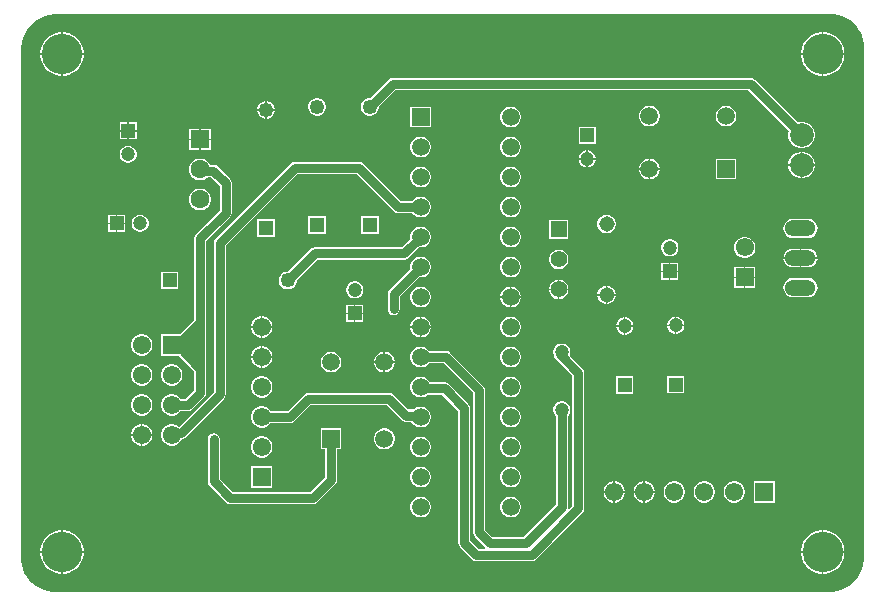
<source format=gbl>
G04*
G04 #@! TF.GenerationSoftware,Altium Limited,Altium Designer,23.1.1 (15)*
G04*
G04 Layer_Physical_Order=2*
G04 Layer_Color=16711680*
%FSLAX25Y25*%
%MOIN*%
G70*
G04*
G04 #@! TF.SameCoordinates,7FBAD907-ECE7-4216-98B3-75AA29109797*
G04*
G04*
G04 #@! TF.FilePolarity,Positive*
G04*
G01*
G75*
%ADD21C,0.04724*%
%ADD22R,0.04724X0.04724*%
%ADD23C,0.07874*%
%ADD31C,0.04921*%
%ADD32R,0.04921X0.04921*%
%ADD35R,0.04724X0.04724*%
%ADD36R,0.04921X0.04921*%
%ADD41C,0.03000*%
%ADD42R,0.05906X0.05906*%
%ADD43C,0.05906*%
%ADD44O,0.10400X0.05200*%
%ADD45R,0.06102X0.06102*%
%ADD46C,0.06102*%
%ADD47C,0.13500*%
%ADD48R,0.05512X0.05512*%
%ADD49C,0.05512*%
%ADD50C,0.06299*%
%ADD51R,0.06299X0.06299*%
%ADD52R,0.06102X0.06102*%
%ADD53R,0.05906X0.05906*%
%ADD54C,0.05150*%
%ADD55C,0.02362*%
G36*
X271701Y193697D02*
X273091Y193514D01*
X274446Y193151D01*
X275741Y192615D01*
X276956Y191913D01*
X278068Y191060D01*
X279060Y190068D01*
X279913Y188956D01*
X280615Y187741D01*
X281151Y186446D01*
X281514Y185091D01*
X281697Y183701D01*
X281697Y183000D01*
X281697Y12500D01*
X281697Y11766D01*
X281506Y10311D01*
X281126Y8893D01*
X280564Y7537D01*
X279830Y6266D01*
X278937Y5101D01*
X277899Y4063D01*
X276734Y3170D01*
X275463Y2436D01*
X274107Y1874D01*
X272689Y1494D01*
X271234Y1303D01*
X270500Y1303D01*
X12000D01*
X11266Y1303D01*
X9811Y1494D01*
X8393Y1874D01*
X7037Y2436D01*
X5766Y3170D01*
X4601Y4063D01*
X3563Y5101D01*
X2670Y6266D01*
X1936Y7537D01*
X1374Y8893D01*
X994Y10311D01*
X803Y11766D01*
X803Y12500D01*
Y182000D01*
Y182767D01*
X1003Y184287D01*
X1400Y185768D01*
X1987Y187185D01*
X2753Y188513D01*
X3687Y189729D01*
X4771Y190813D01*
X5987Y191747D01*
X7315Y192513D01*
X8732Y193100D01*
X10213Y193497D01*
X11733Y193697D01*
X271000D01*
X271701Y193697D01*
D02*
G37*
%LPC*%
G36*
X268714Y187750D02*
X268250D01*
Y180750D01*
X275250D01*
Y181214D01*
X274971Y182615D01*
X274425Y183934D01*
X273631Y185122D01*
X272622Y186131D01*
X271434Y186925D01*
X270115Y187471D01*
X268714Y187750D01*
D02*
G37*
G36*
X267750D02*
X267286D01*
X265885Y187471D01*
X264566Y186925D01*
X263378Y186131D01*
X262369Y185122D01*
X261575Y183934D01*
X261029Y182615D01*
X260750Y181214D01*
Y180750D01*
X267750D01*
Y187750D01*
D02*
G37*
G36*
X15214D02*
X14750D01*
Y180750D01*
X21750D01*
Y181214D01*
X21471Y182615D01*
X20925Y183934D01*
X20131Y185122D01*
X19122Y186131D01*
X17934Y186925D01*
X16615Y187471D01*
X15214Y187750D01*
D02*
G37*
G36*
X14250D02*
X13786D01*
X12385Y187471D01*
X11066Y186925D01*
X9878Y186131D01*
X8869Y185122D01*
X8075Y183934D01*
X7529Y182615D01*
X7250Y181214D01*
Y180750D01*
X14250D01*
Y187750D01*
D02*
G37*
G36*
X275250Y180250D02*
X268250D01*
Y173250D01*
X268714D01*
X270115Y173529D01*
X271434Y174075D01*
X272622Y174869D01*
X273631Y175878D01*
X274425Y177066D01*
X274971Y178385D01*
X275250Y179786D01*
Y180250D01*
D02*
G37*
G36*
X267750D02*
X260750D01*
Y179786D01*
X261029Y178385D01*
X261575Y177066D01*
X262369Y175878D01*
X263378Y174869D01*
X264566Y174075D01*
X265885Y173529D01*
X267286Y173250D01*
X267750D01*
Y180250D01*
D02*
G37*
G36*
X21750D02*
X14750D01*
Y173250D01*
X15214D01*
X16615Y173529D01*
X17934Y174075D01*
X19122Y174869D01*
X20131Y175878D01*
X20925Y177066D01*
X21471Y178385D01*
X21750Y179786D01*
Y180250D01*
D02*
G37*
G36*
X14250D02*
X7250D01*
Y179786D01*
X7529Y178385D01*
X8075Y177066D01*
X8869Y175878D01*
X9878Y174869D01*
X11066Y174075D01*
X12385Y173529D01*
X13786Y173250D01*
X14250D01*
Y180250D01*
D02*
G37*
G36*
X82890Y164831D02*
X82750D01*
Y162120D01*
X85461D01*
Y162260D01*
X85259Y163013D01*
X84869Y163688D01*
X84318Y164239D01*
X83643Y164629D01*
X82890Y164831D01*
D02*
G37*
G36*
X82250D02*
X82110D01*
X81357Y164629D01*
X80682Y164239D01*
X80131Y163688D01*
X79741Y163013D01*
X79539Y162260D01*
Y162120D01*
X82250D01*
Y164831D01*
D02*
G37*
G36*
X99890Y165831D02*
X99110D01*
X98357Y165629D01*
X97682Y165239D01*
X97131Y164688D01*
X96741Y164013D01*
X96539Y163260D01*
Y162480D01*
X96741Y161727D01*
X97131Y161052D01*
X97682Y160501D01*
X98357Y160111D01*
X99110Y159909D01*
X99890D01*
X100643Y160111D01*
X101318Y160501D01*
X101869Y161052D01*
X102259Y161727D01*
X102461Y162480D01*
Y163260D01*
X102259Y164013D01*
X101869Y164688D01*
X101318Y165239D01*
X100643Y165629D01*
X99890Y165831D01*
D02*
G37*
G36*
X85461Y161620D02*
X82750D01*
Y158909D01*
X82890D01*
X83643Y159111D01*
X84318Y159501D01*
X84869Y160052D01*
X85259Y160727D01*
X85461Y161480D01*
Y161620D01*
D02*
G37*
G36*
X82250D02*
X79539D01*
Y161480D01*
X79741Y160727D01*
X80131Y160052D01*
X80682Y159501D01*
X81357Y159111D01*
X82110Y158909D01*
X82250D01*
Y161620D01*
D02*
G37*
G36*
X236250Y163311D02*
X235341D01*
X234463Y163076D01*
X233675Y162621D01*
X233032Y161978D01*
X232578Y161191D01*
X232343Y160313D01*
Y159404D01*
X232578Y158526D01*
X233032Y157738D01*
X233675Y157095D01*
X234463Y156641D01*
X235341Y156405D01*
X236250D01*
X237128Y156641D01*
X237915Y157095D01*
X238558Y157738D01*
X239013Y158526D01*
X239248Y159404D01*
Y160313D01*
X239013Y161191D01*
X238558Y161978D01*
X237915Y162621D01*
X237128Y163076D01*
X236250Y163311D01*
D02*
G37*
G36*
X210659D02*
X209750D01*
X208872Y163076D01*
X208085Y162621D01*
X207442Y161978D01*
X206987Y161191D01*
X206752Y160313D01*
Y159404D01*
X206987Y158526D01*
X207442Y157738D01*
X208085Y157095D01*
X208872Y156641D01*
X209750Y156405D01*
X210659D01*
X211537Y156641D01*
X212325Y157095D01*
X212968Y157738D01*
X213422Y158526D01*
X213657Y159404D01*
Y160313D01*
X213422Y161191D01*
X212968Y161978D01*
X212325Y162621D01*
X211537Y163076D01*
X210659Y163311D01*
D02*
G37*
G36*
X164455Y162953D02*
X163545D01*
X162667Y162717D01*
X161880Y162263D01*
X161237Y161620D01*
X160783Y160833D01*
X160547Y159955D01*
Y159045D01*
X160783Y158167D01*
X161237Y157380D01*
X161880Y156737D01*
X162667Y156282D01*
X163545Y156047D01*
X164455D01*
X165333Y156282D01*
X166120Y156737D01*
X166763Y157380D01*
X167218Y158167D01*
X167453Y159045D01*
Y159955D01*
X167218Y160833D01*
X166763Y161620D01*
X166120Y162263D01*
X165333Y162717D01*
X164455Y162953D01*
D02*
G37*
G36*
X137453D02*
X130547D01*
Y156047D01*
X137453D01*
Y162953D01*
D02*
G37*
G36*
X39362Y157736D02*
X36750D01*
Y155124D01*
X39362D01*
Y157736D01*
D02*
G37*
G36*
X36250D02*
X33638D01*
Y155124D01*
X36250D01*
Y157736D01*
D02*
G37*
G36*
X64150Y155650D02*
X60750D01*
Y152250D01*
X64150D01*
Y155650D01*
D02*
G37*
G36*
X60250D02*
X56850D01*
Y152250D01*
X60250D01*
Y155650D01*
D02*
G37*
G36*
X39362Y154624D02*
X36750D01*
Y152012D01*
X39362D01*
Y154624D01*
D02*
G37*
G36*
X36250D02*
X33638D01*
Y152012D01*
X36250D01*
Y154624D01*
D02*
G37*
G36*
X192362Y156299D02*
X186638D01*
Y150575D01*
X192362D01*
Y156299D01*
D02*
G37*
G36*
X244000Y172539D02*
X124630D01*
X123850Y172384D01*
X123188Y171942D01*
X117077Y165831D01*
X116610D01*
X115857Y165629D01*
X115182Y165239D01*
X114631Y164688D01*
X114241Y164013D01*
X114039Y163260D01*
Y162480D01*
X114241Y161727D01*
X114631Y161052D01*
X115182Y160501D01*
X115857Y160111D01*
X116610Y159909D01*
X117390D01*
X118143Y160111D01*
X118818Y160501D01*
X119369Y161052D01*
X119759Y161727D01*
X119961Y162480D01*
Y162947D01*
X125475Y168461D01*
X243155D01*
X256768Y154848D01*
X256563Y154084D01*
Y152916D01*
X256865Y151787D01*
X257450Y150776D01*
X258276Y149950D01*
X259287Y149365D01*
X260416Y149063D01*
X261584D01*
X262713Y149365D01*
X263724Y149950D01*
X264550Y150776D01*
X265135Y151787D01*
X265437Y152916D01*
Y154084D01*
X265135Y155213D01*
X264550Y156224D01*
X263724Y157051D01*
X262713Y157635D01*
X261584Y157937D01*
X260416D01*
X259652Y157732D01*
X245442Y171942D01*
X244780Y172384D01*
X244000Y172539D01*
D02*
G37*
G36*
X64150Y151750D02*
X60750D01*
Y148350D01*
X64150D01*
Y151750D01*
D02*
G37*
G36*
X60250D02*
X56850D01*
Y148350D01*
X60250D01*
Y151750D01*
D02*
G37*
G36*
X164455Y152953D02*
X163545D01*
X162667Y152717D01*
X161880Y152263D01*
X161237Y151620D01*
X160783Y150833D01*
X160547Y149955D01*
Y149045D01*
X160783Y148167D01*
X161237Y147380D01*
X161880Y146737D01*
X162667Y146282D01*
X163545Y146047D01*
X164455D01*
X165333Y146282D01*
X166120Y146737D01*
X166763Y147380D01*
X167218Y148167D01*
X167453Y149045D01*
Y149955D01*
X167218Y150833D01*
X166763Y151620D01*
X166120Y152263D01*
X165333Y152717D01*
X164455Y152953D01*
D02*
G37*
G36*
X134455D02*
X133545D01*
X132667Y152717D01*
X131880Y152263D01*
X131237Y151620D01*
X130782Y150833D01*
X130547Y149955D01*
Y149045D01*
X130782Y148167D01*
X131237Y147380D01*
X131880Y146737D01*
X132667Y146282D01*
X133545Y146047D01*
X134455D01*
X135333Y146282D01*
X136120Y146737D01*
X136763Y147380D01*
X137217Y148167D01*
X137453Y149045D01*
Y149955D01*
X137217Y150833D01*
X136763Y151620D01*
X136120Y152263D01*
X135333Y152717D01*
X134455Y152953D01*
D02*
G37*
G36*
X189877Y148425D02*
X189750D01*
Y145813D01*
X192362D01*
Y145940D01*
X192167Y146668D01*
X191790Y147320D01*
X191257Y147853D01*
X190605Y148230D01*
X189877Y148425D01*
D02*
G37*
G36*
X189250D02*
X189123D01*
X188395Y148230D01*
X187743Y147853D01*
X187210Y147320D01*
X186833Y146668D01*
X186638Y145940D01*
Y145813D01*
X189250D01*
Y148425D01*
D02*
G37*
G36*
X36877Y149862D02*
X36123D01*
X35395Y149667D01*
X34743Y149290D01*
X34210Y148757D01*
X33833Y148105D01*
X33638Y147377D01*
Y146623D01*
X33833Y145895D01*
X34210Y145243D01*
X34743Y144710D01*
X35395Y144333D01*
X36123Y144138D01*
X36877D01*
X37605Y144333D01*
X38257Y144710D01*
X38790Y145243D01*
X39167Y145895D01*
X39362Y146623D01*
Y147377D01*
X39167Y148105D01*
X38790Y148757D01*
X38257Y149290D01*
X37605Y149667D01*
X36877Y149862D01*
D02*
G37*
G36*
X261584Y147937D02*
X261250D01*
Y143750D01*
X265437D01*
Y144084D01*
X265135Y145213D01*
X264550Y146224D01*
X263724Y147050D01*
X262713Y147635D01*
X261584Y147937D01*
D02*
G37*
G36*
X260750D02*
X260416D01*
X259287Y147635D01*
X258276Y147050D01*
X257450Y146224D01*
X256865Y145213D01*
X256563Y144084D01*
Y143750D01*
X260750D01*
Y147937D01*
D02*
G37*
G36*
X192362Y145313D02*
X189750D01*
Y142701D01*
X189877D01*
X190605Y142896D01*
X191257Y143273D01*
X191790Y143806D01*
X192167Y144458D01*
X192362Y145186D01*
Y145313D01*
D02*
G37*
G36*
X189250D02*
X186638D01*
Y145186D01*
X186833Y144458D01*
X187210Y143806D01*
X187743Y143273D01*
X188395Y142896D01*
X189123Y142701D01*
X189250D01*
Y145313D01*
D02*
G37*
G36*
X210659Y145595D02*
X210455D01*
Y142392D01*
X213657D01*
Y142596D01*
X213422Y143474D01*
X212968Y144262D01*
X212325Y144905D01*
X211537Y145359D01*
X210659Y145595D01*
D02*
G37*
G36*
X209955D02*
X209750D01*
X208872Y145359D01*
X208085Y144905D01*
X207442Y144262D01*
X206987Y143474D01*
X206752Y142596D01*
Y142392D01*
X209955D01*
Y145595D01*
D02*
G37*
G36*
X265437Y143250D02*
X261250D01*
Y139063D01*
X261584D01*
X262713Y139365D01*
X263724Y139950D01*
X264550Y140776D01*
X265135Y141787D01*
X265437Y142916D01*
Y143250D01*
D02*
G37*
G36*
X260750D02*
X256563D01*
Y142916D01*
X256865Y141787D01*
X257450Y140776D01*
X258276Y139950D01*
X259287Y139365D01*
X260416Y139063D01*
X260750D01*
Y143250D01*
D02*
G37*
G36*
X239248Y145595D02*
X232343D01*
Y138689D01*
X239248D01*
Y145595D01*
D02*
G37*
G36*
X213657Y141892D02*
X210455D01*
Y138689D01*
X210659D01*
X211537Y138924D01*
X212325Y139379D01*
X212968Y140022D01*
X213422Y140809D01*
X213657Y141687D01*
Y141892D01*
D02*
G37*
G36*
X209955D02*
X206752D01*
Y141687D01*
X206987Y140809D01*
X207442Y140022D01*
X208085Y139379D01*
X208872Y138924D01*
X209750Y138689D01*
X209955D01*
Y141892D01*
D02*
G37*
G36*
X164455Y142953D02*
X163545D01*
X162667Y142718D01*
X161880Y142263D01*
X161237Y141620D01*
X160783Y140833D01*
X160547Y139955D01*
Y139045D01*
X160783Y138167D01*
X161237Y137380D01*
X161880Y136737D01*
X162667Y136283D01*
X163545Y136047D01*
X164455D01*
X165333Y136283D01*
X166120Y136737D01*
X166763Y137380D01*
X167218Y138167D01*
X167453Y139045D01*
Y139955D01*
X167218Y140833D01*
X166763Y141620D01*
X166120Y142263D01*
X165333Y142718D01*
X164455Y142953D01*
D02*
G37*
G36*
X134455D02*
X133545D01*
X132667Y142718D01*
X131880Y142263D01*
X131237Y141620D01*
X130782Y140833D01*
X130547Y139955D01*
Y139045D01*
X130782Y138167D01*
X131237Y137380D01*
X131880Y136737D01*
X132667Y136283D01*
X133545Y136047D01*
X134455D01*
X135333Y136283D01*
X136120Y136737D01*
X136763Y137380D01*
X137217Y138167D01*
X137453Y139045D01*
Y139955D01*
X137217Y140833D01*
X136763Y141620D01*
X136120Y142263D01*
X135333Y142718D01*
X134455Y142953D01*
D02*
G37*
G36*
X60980Y135650D02*
X60019D01*
X59091Y135401D01*
X58259Y134920D01*
X57580Y134241D01*
X57099Y133409D01*
X56850Y132481D01*
Y131519D01*
X57099Y130591D01*
X57580Y129759D01*
X58259Y129080D01*
X59091Y128599D01*
X60019Y128350D01*
X60980D01*
X61909Y128599D01*
X62741Y129080D01*
X63420Y129759D01*
X63901Y130591D01*
X64150Y131519D01*
Y132481D01*
X63901Y133409D01*
X63420Y134241D01*
X62741Y134920D01*
X61909Y135401D01*
X60980Y135650D01*
D02*
G37*
G36*
X164455Y132953D02*
X163545D01*
X162667Y132718D01*
X161880Y132263D01*
X161237Y131620D01*
X160783Y130833D01*
X160547Y129955D01*
Y129045D01*
X160783Y128167D01*
X161237Y127380D01*
X161880Y126737D01*
X162667Y126283D01*
X163545Y126047D01*
X164455D01*
X165333Y126283D01*
X166120Y126737D01*
X166763Y127380D01*
X167218Y128167D01*
X167453Y129045D01*
Y129955D01*
X167218Y130833D01*
X166763Y131620D01*
X166120Y132263D01*
X165333Y132718D01*
X164455Y132953D01*
D02*
G37*
G36*
X113500Y144539D02*
X92000D01*
X91220Y144384D01*
X90558Y143942D01*
X65558Y118942D01*
X65116Y118280D01*
X64961Y117500D01*
Y67845D01*
X53319Y56203D01*
X53180Y56342D01*
X52371Y56809D01*
X51468Y57051D01*
X50533D01*
X49629Y56809D01*
X48820Y56342D01*
X48158Y55681D01*
X47691Y54871D01*
X47449Y53967D01*
Y53032D01*
X47691Y52129D01*
X48158Y51319D01*
X48820Y50658D01*
X49629Y50191D01*
X50533Y49949D01*
X51468D01*
X52371Y50191D01*
X53180Y50658D01*
X53842Y51319D01*
X54288Y52093D01*
X54874Y52210D01*
X55536Y52652D01*
X68442Y65558D01*
X68884Y66220D01*
X69039Y67000D01*
X69039Y67000D01*
Y116655D01*
X92845Y140461D01*
X112655D01*
X125058Y128058D01*
X125720Y127616D01*
X126500Y127461D01*
X126500Y127461D01*
X131190D01*
X131237Y127380D01*
X131880Y126737D01*
X132667Y126283D01*
X133545Y126047D01*
X134455D01*
X135333Y126283D01*
X136120Y126737D01*
X136763Y127380D01*
X137217Y128167D01*
X137453Y129045D01*
Y129955D01*
X137217Y130833D01*
X136763Y131620D01*
X136120Y132263D01*
X135333Y132718D01*
X134455Y132953D01*
X133545D01*
X132667Y132718D01*
X131880Y132263D01*
X131237Y131620D01*
X131190Y131539D01*
X127345D01*
X114942Y143942D01*
X114280Y144384D01*
X113500Y144539D01*
D02*
G37*
G36*
X35488Y126862D02*
X32876D01*
Y124250D01*
X35488D01*
Y126862D01*
D02*
G37*
G36*
X32376D02*
X29764D01*
Y124250D01*
X32376D01*
Y126862D01*
D02*
G37*
G36*
X40877D02*
X40123D01*
X39395Y126667D01*
X38743Y126290D01*
X38210Y125757D01*
X37833Y125105D01*
X37638Y124377D01*
Y123623D01*
X37833Y122895D01*
X38210Y122243D01*
X38743Y121710D01*
X39395Y121333D01*
X40123Y121138D01*
X40877D01*
X41605Y121333D01*
X42257Y121710D01*
X42790Y122243D01*
X43167Y122895D01*
X43362Y123623D01*
Y124377D01*
X43167Y125105D01*
X42790Y125757D01*
X42257Y126290D01*
X41605Y126667D01*
X40877Y126862D01*
D02*
G37*
G36*
X35488Y123750D02*
X32876D01*
Y121138D01*
X35488D01*
Y123750D01*
D02*
G37*
G36*
X32376D02*
X29764D01*
Y121138D01*
X32376D01*
Y123750D01*
D02*
G37*
G36*
X196405Y126886D02*
X195595D01*
X194813Y126676D01*
X194112Y126271D01*
X193540Y125699D01*
X193135Y124998D01*
X192925Y124216D01*
Y123406D01*
X193135Y122624D01*
X193540Y121923D01*
X194112Y121351D01*
X194813Y120946D01*
X195595Y120736D01*
X196405D01*
X197187Y120946D01*
X197888Y121351D01*
X198460Y121923D01*
X198865Y122624D01*
X199075Y123406D01*
Y124216D01*
X198865Y124998D01*
X198460Y125699D01*
X197888Y126271D01*
X197187Y126676D01*
X196405Y126886D01*
D02*
G37*
G36*
X119961Y126461D02*
X114039D01*
Y120539D01*
X119961D01*
Y126461D01*
D02*
G37*
G36*
X102461D02*
X96539D01*
Y120539D01*
X102461D01*
Y126461D01*
D02*
G37*
G36*
X85461Y125461D02*
X79539D01*
Y119539D01*
X85461D01*
Y125461D01*
D02*
G37*
G36*
X263205Y125465D02*
X258005D01*
X257195Y125358D01*
X256441Y125046D01*
X255794Y124549D01*
X255297Y123901D01*
X254984Y123147D01*
X254878Y122338D01*
X254984Y121529D01*
X255297Y120774D01*
X255794Y120127D01*
X256441Y119630D01*
X257195Y119318D01*
X258005Y119211D01*
X263205D01*
X264014Y119318D01*
X264768Y119630D01*
X265416Y120127D01*
X265913Y120774D01*
X266225Y121529D01*
X266332Y122338D01*
X266225Y123147D01*
X265913Y123901D01*
X265416Y124549D01*
X264768Y125046D01*
X264014Y125358D01*
X263205Y125465D01*
D02*
G37*
G36*
X183256Y125256D02*
X176744D01*
Y118744D01*
X183256D01*
Y125256D01*
D02*
G37*
G36*
X164455Y122953D02*
X163545D01*
X162667Y122717D01*
X161880Y122263D01*
X161237Y121620D01*
X160783Y120833D01*
X160547Y119955D01*
Y119045D01*
X160783Y118167D01*
X161237Y117380D01*
X161880Y116737D01*
X162667Y116282D01*
X163545Y116047D01*
X164455D01*
X165333Y116282D01*
X166120Y116737D01*
X166763Y117380D01*
X167218Y118167D01*
X167453Y119045D01*
Y119955D01*
X167218Y120833D01*
X166763Y121620D01*
X166120Y122263D01*
X165333Y122717D01*
X164455Y122953D01*
D02*
G37*
G36*
X134455D02*
X133545D01*
X132667Y122717D01*
X131880Y122263D01*
X131237Y121620D01*
X130782Y120833D01*
X130547Y119955D01*
Y119045D01*
X130571Y118955D01*
X127655Y116039D01*
X98685D01*
X97905Y115884D01*
X97243Y115442D01*
X89762Y107961D01*
X89295D01*
X88542Y107759D01*
X87867Y107369D01*
X87316Y106818D01*
X86926Y106143D01*
X86724Y105390D01*
Y104610D01*
X86926Y103857D01*
X87316Y103182D01*
X87867Y102631D01*
X88542Y102241D01*
X89295Y102039D01*
X90075D01*
X90828Y102241D01*
X91503Y102631D01*
X92054Y103182D01*
X92444Y103857D01*
X92646Y104610D01*
Y105077D01*
X99530Y111961D01*
X128500D01*
X129280Y112116D01*
X129942Y112558D01*
X133455Y116071D01*
X133545Y116047D01*
X134455D01*
X135333Y116282D01*
X136120Y116737D01*
X136763Y117380D01*
X137217Y118167D01*
X137453Y119045D01*
Y119955D01*
X137217Y120833D01*
X136763Y121620D01*
X136120Y122263D01*
X135333Y122717D01*
X134455Y122953D01*
D02*
G37*
G36*
X217377Y118799D02*
X216623D01*
X215895Y118604D01*
X215243Y118227D01*
X214710Y117694D01*
X214333Y117042D01*
X214138Y116314D01*
Y115560D01*
X214333Y114832D01*
X214710Y114180D01*
X215243Y113647D01*
X215895Y113270D01*
X216623Y113075D01*
X217377D01*
X218105Y113270D01*
X218757Y113647D01*
X219290Y114180D01*
X219667Y114832D01*
X219862Y115560D01*
Y116314D01*
X219667Y117042D01*
X219290Y117694D01*
X218757Y118227D01*
X218105Y118604D01*
X217377Y118799D01*
D02*
G37*
G36*
X263205Y115622D02*
X260855D01*
Y112745D01*
X266299D01*
X266225Y113304D01*
X265913Y114059D01*
X265416Y114706D01*
X264768Y115203D01*
X264014Y115515D01*
X263205Y115622D01*
D02*
G37*
G36*
X260355D02*
X258005D01*
X257195Y115515D01*
X256441Y115203D01*
X255794Y114706D01*
X255297Y114059D01*
X254984Y113304D01*
X254911Y112745D01*
X260355D01*
Y115622D01*
D02*
G37*
G36*
X242467Y119551D02*
X241532D01*
X240629Y119309D01*
X239820Y118842D01*
X239158Y118181D01*
X238691Y117371D01*
X238449Y116467D01*
Y115533D01*
X238691Y114629D01*
X239158Y113820D01*
X239820Y113158D01*
X240629Y112691D01*
X241532Y112449D01*
X242467D01*
X243371Y112691D01*
X244180Y113158D01*
X244842Y113820D01*
X245309Y114629D01*
X245551Y115533D01*
Y116467D01*
X245309Y117371D01*
X244842Y118181D01*
X244180Y118842D01*
X243371Y119309D01*
X242467Y119551D01*
D02*
G37*
G36*
X266299Y112245D02*
X260855D01*
Y109369D01*
X263205D01*
X264014Y109475D01*
X264768Y109787D01*
X265416Y110284D01*
X265913Y110932D01*
X266225Y111686D01*
X266299Y112245D01*
D02*
G37*
G36*
X260355D02*
X254911D01*
X254984Y111686D01*
X255297Y110932D01*
X255794Y110284D01*
X256441Y109787D01*
X257195Y109475D01*
X258005Y109369D01*
X260355D01*
Y112245D01*
D02*
G37*
G36*
X180429Y115256D02*
X179571D01*
X178743Y115034D01*
X178001Y114605D01*
X177395Y113999D01*
X176966Y113257D01*
X176744Y112429D01*
Y111571D01*
X176966Y110743D01*
X177395Y110001D01*
X178001Y109395D01*
X178743Y108966D01*
X179571Y108744D01*
X180429D01*
X181257Y108966D01*
X181999Y109395D01*
X182605Y110001D01*
X183034Y110743D01*
X183256Y111571D01*
Y112429D01*
X183034Y113257D01*
X182605Y113999D01*
X181999Y114605D01*
X181257Y115034D01*
X180429Y115256D01*
D02*
G37*
G36*
X219862Y110925D02*
X217250D01*
Y108313D01*
X219862D01*
Y110925D01*
D02*
G37*
G36*
X216750D02*
X214138D01*
Y108313D01*
X216750D01*
Y110925D01*
D02*
G37*
G36*
X245551Y109551D02*
X242250D01*
Y106250D01*
X245551D01*
Y109551D01*
D02*
G37*
G36*
X241750D02*
X238449D01*
Y106250D01*
X241750D01*
Y109551D01*
D02*
G37*
G36*
X164455Y112953D02*
X163545D01*
X162667Y112717D01*
X161880Y112263D01*
X161237Y111620D01*
X160783Y110833D01*
X160547Y109955D01*
Y109045D01*
X160783Y108167D01*
X161237Y107380D01*
X161880Y106737D01*
X162667Y106282D01*
X163545Y106047D01*
X164455D01*
X165333Y106282D01*
X166120Y106737D01*
X166763Y107380D01*
X167218Y108167D01*
X167453Y109045D01*
Y109955D01*
X167218Y110833D01*
X166763Y111620D01*
X166120Y112263D01*
X165333Y112717D01*
X164455Y112953D01*
D02*
G37*
G36*
X134455D02*
X133545D01*
X132667Y112717D01*
X131880Y112263D01*
X131237Y111620D01*
X130782Y110833D01*
X130547Y109955D01*
Y109045D01*
X130571Y108955D01*
X123558Y101942D01*
X123116Y101280D01*
X122961Y100500D01*
Y95500D01*
X123116Y94720D01*
X123558Y94058D01*
X124220Y93616D01*
X125000Y93461D01*
X125780Y93616D01*
X126442Y94058D01*
X126884Y94720D01*
X127039Y95500D01*
Y99655D01*
X133455Y106071D01*
X133545Y106047D01*
X134455D01*
X135333Y106282D01*
X136120Y106737D01*
X136763Y107380D01*
X137217Y108167D01*
X137453Y109045D01*
Y109955D01*
X137217Y110833D01*
X136763Y111620D01*
X136120Y112263D01*
X135333Y112717D01*
X134455Y112953D01*
D02*
G37*
G36*
X219862Y107813D02*
X217250D01*
Y105201D01*
X219862D01*
Y107813D01*
D02*
G37*
G36*
X216750D02*
X214138D01*
Y105201D01*
X216750D01*
Y107813D01*
D02*
G37*
G36*
X245551Y105750D02*
X242250D01*
Y102449D01*
X245551D01*
Y105750D01*
D02*
G37*
G36*
X241750D02*
X238449D01*
Y102449D01*
X241750D01*
Y105750D01*
D02*
G37*
G36*
X180429Y105256D02*
X180250D01*
Y102250D01*
X183256D01*
Y102429D01*
X183034Y103257D01*
X182605Y103999D01*
X181999Y104605D01*
X181257Y105034D01*
X180429Y105256D01*
D02*
G37*
G36*
X179750D02*
X179571D01*
X178743Y105034D01*
X178001Y104605D01*
X177395Y103999D01*
X176966Y103257D01*
X176744Y102429D01*
Y102250D01*
X179750D01*
Y105256D01*
D02*
G37*
G36*
X53276Y107961D02*
X47354D01*
Y102039D01*
X53276D01*
Y107961D01*
D02*
G37*
G36*
X196405Y103264D02*
X196250D01*
Y100439D01*
X199075D01*
Y100594D01*
X198865Y101376D01*
X198460Y102077D01*
X197888Y102649D01*
X197187Y103054D01*
X196405Y103264D01*
D02*
G37*
G36*
X195750D02*
X195595D01*
X194813Y103054D01*
X194112Y102649D01*
X193540Y102077D01*
X193135Y101376D01*
X192925Y100594D01*
Y100439D01*
X195750D01*
Y103264D01*
D02*
G37*
G36*
X164455Y102953D02*
X164250D01*
Y99750D01*
X167453D01*
Y99955D01*
X167218Y100833D01*
X166763Y101620D01*
X166120Y102263D01*
X165333Y102717D01*
X164455Y102953D01*
D02*
G37*
G36*
X163750D02*
X163545D01*
X162667Y102717D01*
X161880Y102263D01*
X161237Y101620D01*
X160783Y100833D01*
X160547Y99955D01*
Y99750D01*
X163750D01*
Y102953D01*
D02*
G37*
G36*
X263205Y105779D02*
X258005D01*
X257195Y105673D01*
X256441Y105360D01*
X255794Y104864D01*
X255297Y104216D01*
X254984Y103462D01*
X254878Y102653D01*
X254984Y101843D01*
X255297Y101089D01*
X255794Y100442D01*
X256441Y99945D01*
X257195Y99633D01*
X258005Y99526D01*
X263205D01*
X264014Y99633D01*
X264768Y99945D01*
X265416Y100442D01*
X265913Y101089D01*
X266225Y101843D01*
X266332Y102653D01*
X266225Y103462D01*
X265913Y104216D01*
X265416Y104864D01*
X264768Y105360D01*
X264014Y105673D01*
X263205Y105779D01*
D02*
G37*
G36*
X112377Y104736D02*
X111623D01*
X110895Y104541D01*
X110243Y104164D01*
X109710Y103631D01*
X109333Y102979D01*
X109138Y102251D01*
Y101497D01*
X109333Y100769D01*
X109710Y100117D01*
X110243Y99584D01*
X110895Y99207D01*
X111623Y99012D01*
X112377D01*
X113105Y99207D01*
X113757Y99584D01*
X114290Y100117D01*
X114667Y100769D01*
X114862Y101497D01*
Y102251D01*
X114667Y102979D01*
X114290Y103631D01*
X113757Y104164D01*
X113105Y104541D01*
X112377Y104736D01*
D02*
G37*
G36*
X183256Y101750D02*
X180250D01*
Y98744D01*
X180429D01*
X181257Y98966D01*
X181999Y99395D01*
X182605Y100001D01*
X183034Y100743D01*
X183256Y101571D01*
Y101750D01*
D02*
G37*
G36*
X179750D02*
X176744D01*
Y101571D01*
X176966Y100743D01*
X177395Y100001D01*
X178001Y99395D01*
X178743Y98966D01*
X179571Y98744D01*
X179750D01*
Y101750D01*
D02*
G37*
G36*
X199075Y99939D02*
X196250D01*
Y97114D01*
X196405D01*
X197187Y97324D01*
X197888Y97729D01*
X198460Y98301D01*
X198865Y99002D01*
X199075Y99784D01*
Y99939D01*
D02*
G37*
G36*
X195750D02*
X192925D01*
Y99784D01*
X193135Y99002D01*
X193540Y98301D01*
X194112Y97729D01*
X194813Y97324D01*
X195595Y97114D01*
X195750D01*
Y99939D01*
D02*
G37*
G36*
X167453Y99250D02*
X164250D01*
Y96047D01*
X164455D01*
X165333Y96283D01*
X166120Y96737D01*
X166763Y97380D01*
X167218Y98167D01*
X167453Y99045D01*
Y99250D01*
D02*
G37*
G36*
X163750D02*
X160547D01*
Y99045D01*
X160783Y98167D01*
X161237Y97380D01*
X161880Y96737D01*
X162667Y96283D01*
X163545Y96047D01*
X163750D01*
Y99250D01*
D02*
G37*
G36*
X134455Y102953D02*
X133545D01*
X132667Y102717D01*
X131880Y102263D01*
X131237Y101620D01*
X130782Y100833D01*
X130547Y99955D01*
Y99045D01*
X130782Y98167D01*
X131237Y97380D01*
X131880Y96737D01*
X132667Y96283D01*
X133545Y96047D01*
X134455D01*
X135333Y96283D01*
X136120Y96737D01*
X136763Y97380D01*
X137217Y98167D01*
X137453Y99045D01*
Y99955D01*
X137217Y100833D01*
X136763Y101620D01*
X136120Y102263D01*
X135333Y102717D01*
X134455Y102953D01*
D02*
G37*
G36*
X114862Y96862D02*
X112250D01*
Y94250D01*
X114862D01*
Y96862D01*
D02*
G37*
G36*
X111750D02*
X109138D01*
Y94250D01*
X111750D01*
Y96862D01*
D02*
G37*
G36*
X114862Y93750D02*
X112250D01*
Y91138D01*
X114862D01*
Y93750D01*
D02*
G37*
G36*
X111750D02*
X109138D01*
Y91138D01*
X111750D01*
Y93750D01*
D02*
G37*
G36*
X219377Y92862D02*
X219250D01*
Y90250D01*
X221862D01*
Y90377D01*
X221667Y91105D01*
X221290Y91757D01*
X220757Y92290D01*
X220105Y92667D01*
X219377Y92862D01*
D02*
G37*
G36*
X218750D02*
X218623D01*
X217895Y92667D01*
X217243Y92290D01*
X216710Y91757D01*
X216333Y91105D01*
X216138Y90377D01*
Y90250D01*
X218750D01*
Y92862D01*
D02*
G37*
G36*
X202377Y92705D02*
X202250D01*
Y90092D01*
X204862D01*
Y90219D01*
X204667Y90947D01*
X204290Y91600D01*
X203757Y92133D01*
X203105Y92510D01*
X202377Y92705D01*
D02*
G37*
G36*
X201750D02*
X201623D01*
X200895Y92510D01*
X200243Y92133D01*
X199710Y91600D01*
X199333Y90947D01*
X199138Y90219D01*
Y90092D01*
X201750D01*
Y92705D01*
D02*
G37*
G36*
X81467Y93051D02*
X81250D01*
Y89750D01*
X84551D01*
Y89968D01*
X84309Y90871D01*
X83842Y91681D01*
X83180Y92342D01*
X82371Y92809D01*
X81467Y93051D01*
D02*
G37*
G36*
X134455Y92953D02*
X134250D01*
Y89750D01*
X137453D01*
Y89955D01*
X137217Y90833D01*
X136763Y91620D01*
X136120Y92263D01*
X135333Y92717D01*
X134455Y92953D01*
D02*
G37*
G36*
X133750D02*
X133545D01*
X132667Y92717D01*
X131880Y92263D01*
X131237Y91620D01*
X130782Y90833D01*
X130547Y89955D01*
Y89750D01*
X133750D01*
Y92953D01*
D02*
G37*
G36*
X80750Y93051D02*
X80532D01*
X79629Y92809D01*
X78820Y92342D01*
X78158Y91681D01*
X77691Y90871D01*
X77449Y89968D01*
Y89750D01*
X80750D01*
Y93051D01*
D02*
G37*
G36*
X221862Y89750D02*
X219250D01*
Y87138D01*
X219377D01*
X220105Y87333D01*
X220757Y87710D01*
X221290Y88243D01*
X221667Y88895D01*
X221862Y89623D01*
Y89750D01*
D02*
G37*
G36*
X218750D02*
X216138D01*
Y89623D01*
X216333Y88895D01*
X216710Y88243D01*
X217243Y87710D01*
X217895Y87333D01*
X218623Y87138D01*
X218750D01*
Y89750D01*
D02*
G37*
G36*
X204862Y89592D02*
X202250D01*
Y86980D01*
X202377D01*
X203105Y87175D01*
X203757Y87552D01*
X204290Y88085D01*
X204667Y88738D01*
X204862Y89466D01*
Y89592D01*
D02*
G37*
G36*
X201750D02*
X199138D01*
Y89466D01*
X199333Y88738D01*
X199710Y88085D01*
X200243Y87552D01*
X200895Y87175D01*
X201623Y86980D01*
X201750D01*
Y89592D01*
D02*
G37*
G36*
X164455Y92953D02*
X163545D01*
X162667Y92717D01*
X161880Y92263D01*
X161237Y91620D01*
X160783Y90833D01*
X160547Y89955D01*
Y89045D01*
X160783Y88167D01*
X161237Y87380D01*
X161880Y86737D01*
X162667Y86283D01*
X163545Y86047D01*
X164455D01*
X165333Y86283D01*
X166120Y86737D01*
X166763Y87380D01*
X167218Y88167D01*
X167453Y89045D01*
Y89955D01*
X167218Y90833D01*
X166763Y91620D01*
X166120Y92263D01*
X165333Y92717D01*
X164455Y92953D01*
D02*
G37*
G36*
X137453Y89250D02*
X134250D01*
Y86047D01*
X134455D01*
X135333Y86283D01*
X136120Y86737D01*
X136763Y87380D01*
X137217Y88167D01*
X137453Y89045D01*
Y89250D01*
D02*
G37*
G36*
X133750D02*
X130547D01*
Y89045D01*
X130782Y88167D01*
X131237Y87380D01*
X131880Y86737D01*
X132667Y86283D01*
X133545Y86047D01*
X133750D01*
Y89250D01*
D02*
G37*
G36*
X84551D02*
X81250D01*
Y85949D01*
X81467D01*
X82371Y86191D01*
X83180Y86658D01*
X83842Y87319D01*
X84309Y88129D01*
X84551Y89033D01*
Y89250D01*
D02*
G37*
G36*
X80750D02*
X77449D01*
Y89033D01*
X77691Y88129D01*
X78158Y87319D01*
X78820Y86658D01*
X79629Y86191D01*
X80532Y85949D01*
X80750D01*
Y89250D01*
D02*
G37*
G36*
X41467Y87051D02*
X40532D01*
X39629Y86809D01*
X38820Y86342D01*
X38158Y85681D01*
X37691Y84871D01*
X37449Y83968D01*
Y83033D01*
X37691Y82129D01*
X38158Y81319D01*
X38820Y80658D01*
X39629Y80191D01*
X40532Y79949D01*
X41467D01*
X42371Y80191D01*
X43181Y80658D01*
X43842Y81319D01*
X44309Y82129D01*
X44551Y83033D01*
Y83968D01*
X44309Y84871D01*
X43842Y85681D01*
X43181Y86342D01*
X42371Y86809D01*
X41467Y87051D01*
D02*
G37*
G36*
X81467Y83051D02*
X81250D01*
Y79750D01*
X84551D01*
Y79967D01*
X84309Y80871D01*
X83842Y81681D01*
X83180Y82342D01*
X82371Y82809D01*
X81467Y83051D01*
D02*
G37*
G36*
X80750D02*
X80532D01*
X79629Y82809D01*
X78820Y82342D01*
X78158Y81681D01*
X77691Y80871D01*
X77449Y79967D01*
Y79750D01*
X80750D01*
Y83051D01*
D02*
G37*
G36*
X122313Y81248D02*
X122108D01*
Y78045D01*
X125311D01*
Y78250D01*
X125076Y79128D01*
X124621Y79915D01*
X123978Y80558D01*
X123191Y81013D01*
X122313Y81248D01*
D02*
G37*
G36*
X121608D02*
X121404D01*
X120526Y81013D01*
X119738Y80558D01*
X119095Y79915D01*
X118641Y79128D01*
X118405Y78250D01*
Y78045D01*
X121608D01*
Y81248D01*
D02*
G37*
G36*
X164455Y82953D02*
X163545D01*
X162667Y82717D01*
X161880Y82263D01*
X161237Y81620D01*
X160783Y80833D01*
X160547Y79955D01*
Y79045D01*
X160783Y78167D01*
X161237Y77380D01*
X161880Y76737D01*
X162667Y76283D01*
X163545Y76047D01*
X164455D01*
X165333Y76283D01*
X166120Y76737D01*
X166763Y77380D01*
X167218Y78167D01*
X167453Y79045D01*
Y79955D01*
X167218Y80833D01*
X166763Y81620D01*
X166120Y82263D01*
X165333Y82717D01*
X164455Y82953D01*
D02*
G37*
G36*
X84551Y79250D02*
X81250D01*
Y75949D01*
X81467D01*
X82371Y76191D01*
X83180Y76658D01*
X83842Y77320D01*
X84309Y78129D01*
X84551Y79032D01*
Y79250D01*
D02*
G37*
G36*
X80750D02*
X77449D01*
Y79032D01*
X77691Y78129D01*
X78158Y77320D01*
X78820Y76658D01*
X79629Y76191D01*
X80532Y75949D01*
X80750D01*
Y79250D01*
D02*
G37*
G36*
X125311Y77545D02*
X122108D01*
Y74342D01*
X122313D01*
X123191Y74578D01*
X123978Y75032D01*
X124621Y75675D01*
X125076Y76463D01*
X125311Y77341D01*
Y77545D01*
D02*
G37*
G36*
X121608D02*
X118405D01*
Y77341D01*
X118641Y76463D01*
X119095Y75675D01*
X119738Y75032D01*
X120526Y74578D01*
X121404Y74342D01*
X121608D01*
Y77545D01*
D02*
G37*
G36*
X104596Y81248D02*
X103687D01*
X102809Y81013D01*
X102022Y80558D01*
X101379Y79915D01*
X100924Y79128D01*
X100689Y78250D01*
Y77341D01*
X100924Y76463D01*
X101379Y75675D01*
X102022Y75032D01*
X102809Y74578D01*
X103687Y74342D01*
X104596D01*
X105474Y74578D01*
X106262Y75032D01*
X106905Y75675D01*
X107359Y76463D01*
X107595Y77341D01*
Y78250D01*
X107359Y79128D01*
X106905Y79915D01*
X106262Y80558D01*
X105474Y81013D01*
X104596Y81248D01*
D02*
G37*
G36*
X51468Y77051D02*
X50533D01*
X49629Y76809D01*
X48820Y76342D01*
X48158Y75681D01*
X47691Y74871D01*
X47449Y73967D01*
Y73032D01*
X47691Y72129D01*
X48158Y71320D01*
X48820Y70658D01*
X49629Y70191D01*
X50533Y69949D01*
X51468D01*
X52371Y70191D01*
X53180Y70658D01*
X53842Y71320D01*
X54309Y72129D01*
X54551Y73032D01*
Y73967D01*
X54309Y74871D01*
X53842Y75681D01*
X53180Y76342D01*
X52371Y76809D01*
X51468Y77051D01*
D02*
G37*
G36*
X41467D02*
X40532D01*
X39629Y76809D01*
X38820Y76342D01*
X38158Y75681D01*
X37691Y74871D01*
X37449Y73967D01*
Y73032D01*
X37691Y72129D01*
X38158Y71320D01*
X38820Y70658D01*
X39629Y70191D01*
X40532Y69949D01*
X41467D01*
X42371Y70191D01*
X43181Y70658D01*
X43842Y71320D01*
X44309Y72129D01*
X44551Y73032D01*
Y73967D01*
X44309Y74871D01*
X43842Y75681D01*
X43181Y76342D01*
X42371Y76809D01*
X41467Y77051D01*
D02*
G37*
G36*
X221862Y73177D02*
X216138D01*
Y67453D01*
X221862D01*
Y73177D01*
D02*
G37*
G36*
X204862Y73020D02*
X199138D01*
Y67295D01*
X204862D01*
Y73020D01*
D02*
G37*
G36*
X164455Y72953D02*
X163545D01*
X162667Y72717D01*
X161880Y72263D01*
X161237Y71620D01*
X160783Y70833D01*
X160547Y69955D01*
Y69045D01*
X160783Y68167D01*
X161237Y67380D01*
X161880Y66737D01*
X162667Y66283D01*
X163545Y66047D01*
X164455D01*
X165333Y66283D01*
X166120Y66737D01*
X166763Y67380D01*
X167218Y68167D01*
X167453Y69045D01*
Y69955D01*
X167218Y70833D01*
X166763Y71620D01*
X166120Y72263D01*
X165333Y72717D01*
X164455Y72953D01*
D02*
G37*
G36*
X81467Y73051D02*
X80532D01*
X79629Y72809D01*
X78820Y72342D01*
X78158Y71680D01*
X77691Y70871D01*
X77449Y69968D01*
Y69033D01*
X77691Y68129D01*
X78158Y67320D01*
X78820Y66658D01*
X79629Y66191D01*
X80532Y65949D01*
X81467D01*
X82371Y66191D01*
X83180Y66658D01*
X83842Y67320D01*
X84309Y68129D01*
X84551Y69033D01*
Y69968D01*
X84309Y70871D01*
X83842Y71680D01*
X83180Y72342D01*
X82371Y72809D01*
X81467Y73051D01*
D02*
G37*
G36*
X60980Y145650D02*
X60019D01*
X59091Y145401D01*
X58259Y144920D01*
X57580Y144241D01*
X57099Y143409D01*
X56850Y142481D01*
Y141519D01*
X57099Y140591D01*
X57580Y139759D01*
X58259Y139080D01*
X59091Y138599D01*
X60019Y138350D01*
X60980D01*
X61909Y138599D01*
X62741Y139080D01*
X63213Y139552D01*
X64064D01*
X66961Y136655D01*
Y128345D01*
X59058Y120442D01*
X58616Y119780D01*
X58461Y119000D01*
Y91726D01*
X53786Y87051D01*
X47449D01*
Y79949D01*
X53483D01*
X58461Y74447D01*
Y68345D01*
X55655Y65539D01*
X53923D01*
X53842Y65680D01*
X53180Y66342D01*
X52371Y66809D01*
X51468Y67051D01*
X50533D01*
X49629Y66809D01*
X48820Y66342D01*
X48158Y65680D01*
X47691Y64871D01*
X47449Y63968D01*
Y63033D01*
X47691Y62129D01*
X48158Y61320D01*
X48820Y60658D01*
X49629Y60191D01*
X50533Y59949D01*
X51468D01*
X52371Y60191D01*
X53180Y60658D01*
X53842Y61320D01*
X53923Y61461D01*
X56500D01*
X57280Y61616D01*
X57942Y62058D01*
X61942Y66058D01*
X62384Y66720D01*
X62539Y67500D01*
Y83500D01*
Y118155D01*
X70442Y126058D01*
X70442Y126058D01*
X70884Y126720D01*
X71039Y127500D01*
X71039Y127500D01*
Y137500D01*
X70884Y138280D01*
X70442Y138942D01*
X70442Y138942D01*
X66351Y143033D01*
X65689Y143475D01*
X64909Y143630D01*
X63773D01*
X63420Y144241D01*
X62741Y144920D01*
X61909Y145401D01*
X60980Y145650D01*
D02*
G37*
G36*
X41467Y67051D02*
X40532D01*
X39629Y66809D01*
X38820Y66342D01*
X38158Y65680D01*
X37691Y64871D01*
X37449Y63968D01*
Y63033D01*
X37691Y62129D01*
X38158Y61320D01*
X38820Y60658D01*
X39629Y60191D01*
X40532Y59949D01*
X41467D01*
X42371Y60191D01*
X43181Y60658D01*
X43842Y61320D01*
X44309Y62129D01*
X44551Y63033D01*
Y63968D01*
X44309Y64871D01*
X43842Y65680D01*
X43181Y66342D01*
X42371Y66809D01*
X41467Y67051D01*
D02*
G37*
G36*
X164455Y62953D02*
X163545D01*
X162667Y62717D01*
X161880Y62263D01*
X161237Y61620D01*
X160783Y60833D01*
X160547Y59955D01*
Y59045D01*
X160783Y58167D01*
X161237Y57380D01*
X161880Y56737D01*
X162667Y56283D01*
X163545Y56047D01*
X164455D01*
X165333Y56283D01*
X166120Y56737D01*
X166763Y57380D01*
X167218Y58167D01*
X167453Y59045D01*
Y59955D01*
X167218Y60833D01*
X166763Y61620D01*
X166120Y62263D01*
X165333Y62717D01*
X164455Y62953D01*
D02*
G37*
G36*
X123500Y67539D02*
X96500D01*
X95720Y67384D01*
X95058Y66942D01*
X89655Y61539D01*
X83923D01*
X83842Y61681D01*
X83180Y62342D01*
X82371Y62809D01*
X81467Y63051D01*
X80532D01*
X79629Y62809D01*
X78820Y62342D01*
X78158Y61681D01*
X77691Y60871D01*
X77449Y59967D01*
Y59032D01*
X77691Y58129D01*
X78158Y57319D01*
X78820Y56658D01*
X79629Y56191D01*
X80532Y55949D01*
X81467D01*
X82371Y56191D01*
X83180Y56658D01*
X83842Y57319D01*
X83923Y57461D01*
X90500D01*
X91280Y57616D01*
X91942Y58058D01*
X97345Y63461D01*
X122655D01*
X127605Y58511D01*
X128267Y58069D01*
X129047Y57914D01*
X130929D01*
X131237Y57380D01*
X131880Y56737D01*
X132667Y56283D01*
X133545Y56047D01*
X134455D01*
X135333Y56283D01*
X136120Y56737D01*
X136763Y57380D01*
X137217Y58167D01*
X137453Y59045D01*
Y59955D01*
X137217Y60833D01*
X136763Y61620D01*
X136120Y62263D01*
X135333Y62717D01*
X134455Y62953D01*
X133545D01*
X132667Y62717D01*
X131880Y62263D01*
X131609Y61992D01*
X129892D01*
X124942Y66942D01*
X124280Y67384D01*
X123500Y67539D01*
D02*
G37*
G36*
X41467Y57051D02*
X41250D01*
Y53750D01*
X44551D01*
Y53967D01*
X44309Y54871D01*
X43842Y55681D01*
X43181Y56342D01*
X42371Y56809D01*
X41467Y57051D01*
D02*
G37*
G36*
X40750D02*
X40532D01*
X39629Y56809D01*
X38820Y56342D01*
X38158Y55681D01*
X37691Y54871D01*
X37449Y53967D01*
Y53750D01*
X40750D01*
Y57051D01*
D02*
G37*
G36*
X44551Y53250D02*
X41250D01*
Y49949D01*
X41467D01*
X42371Y50191D01*
X43181Y50658D01*
X43842Y51319D01*
X44309Y52129D01*
X44551Y53032D01*
Y53250D01*
D02*
G37*
G36*
X40750D02*
X37449D01*
Y53032D01*
X37691Y52129D01*
X38158Y51319D01*
X38820Y50658D01*
X39629Y50191D01*
X40532Y49949D01*
X40750D01*
Y53250D01*
D02*
G37*
G36*
X122313Y55658D02*
X121404D01*
X120526Y55422D01*
X119738Y54968D01*
X119095Y54325D01*
X118641Y53537D01*
X118405Y52659D01*
Y51750D01*
X118641Y50872D01*
X119095Y50085D01*
X119738Y49442D01*
X120526Y48987D01*
X121404Y48752D01*
X122313D01*
X123191Y48987D01*
X123978Y49442D01*
X124621Y50085D01*
X125076Y50872D01*
X125311Y51750D01*
Y52659D01*
X125076Y53537D01*
X124621Y54325D01*
X123978Y54968D01*
X123191Y55422D01*
X122313Y55658D01*
D02*
G37*
G36*
X164455Y52953D02*
X163545D01*
X162667Y52717D01*
X161880Y52263D01*
X161237Y51620D01*
X160783Y50833D01*
X160547Y49955D01*
Y49045D01*
X160783Y48167D01*
X161237Y47380D01*
X161880Y46737D01*
X162667Y46283D01*
X163545Y46047D01*
X164455D01*
X165333Y46283D01*
X166120Y46737D01*
X166763Y47380D01*
X167218Y48167D01*
X167453Y49045D01*
Y49955D01*
X167218Y50833D01*
X166763Y51620D01*
X166120Y52263D01*
X165333Y52717D01*
X164455Y52953D01*
D02*
G37*
G36*
X134455D02*
X133545D01*
X132667Y52717D01*
X131880Y52263D01*
X131237Y51620D01*
X130782Y50833D01*
X130547Y49955D01*
Y49045D01*
X130782Y48167D01*
X131237Y47380D01*
X131880Y46737D01*
X132667Y46283D01*
X133545Y46047D01*
X134455D01*
X135333Y46283D01*
X136120Y46737D01*
X136763Y47380D01*
X137217Y48167D01*
X137453Y49045D01*
Y49955D01*
X137217Y50833D01*
X136763Y51620D01*
X136120Y52263D01*
X135333Y52717D01*
X134455Y52953D01*
D02*
G37*
G36*
X81467Y53051D02*
X80532D01*
X79629Y52809D01*
X78820Y52342D01*
X78158Y51680D01*
X77691Y50871D01*
X77449Y49968D01*
Y49033D01*
X77691Y48129D01*
X78158Y47319D01*
X78820Y46658D01*
X79629Y46191D01*
X80532Y45949D01*
X81467D01*
X82371Y46191D01*
X83180Y46658D01*
X83842Y47319D01*
X84309Y48129D01*
X84551Y49033D01*
Y49968D01*
X84309Y50871D01*
X83842Y51680D01*
X83180Y52342D01*
X82371Y52809D01*
X81467Y53051D01*
D02*
G37*
G36*
X164455Y42953D02*
X163545D01*
X162667Y42717D01*
X161880Y42263D01*
X161237Y41620D01*
X160783Y40833D01*
X160547Y39955D01*
Y39045D01*
X160783Y38167D01*
X161237Y37380D01*
X161880Y36737D01*
X162667Y36283D01*
X163545Y36047D01*
X164455D01*
X165333Y36283D01*
X166120Y36737D01*
X166763Y37380D01*
X167218Y38167D01*
X167453Y39045D01*
Y39955D01*
X167218Y40833D01*
X166763Y41620D01*
X166120Y42263D01*
X165333Y42717D01*
X164455Y42953D01*
D02*
G37*
G36*
X134455D02*
X133545D01*
X132667Y42717D01*
X131880Y42263D01*
X131237Y41620D01*
X130782Y40833D01*
X130547Y39955D01*
Y39045D01*
X130782Y38167D01*
X131237Y37380D01*
X131880Y36737D01*
X132667Y36283D01*
X133545Y36047D01*
X134455D01*
X135333Y36283D01*
X136120Y36737D01*
X136763Y37380D01*
X137217Y38167D01*
X137453Y39045D01*
Y39955D01*
X137217Y40833D01*
X136763Y41620D01*
X136120Y42263D01*
X135333Y42717D01*
X134455Y42953D01*
D02*
G37*
G36*
X84551Y43051D02*
X77449D01*
Y35949D01*
X84551D01*
Y43051D01*
D02*
G37*
G36*
X208967Y38051D02*
X208750D01*
Y34750D01*
X212051D01*
Y34967D01*
X211809Y35871D01*
X211342Y36680D01*
X210681Y37342D01*
X209871Y37809D01*
X208967Y38051D01*
D02*
G37*
G36*
X198968D02*
X198750D01*
Y34750D01*
X202051D01*
Y34967D01*
X201809Y35871D01*
X201342Y36680D01*
X200680Y37342D01*
X199871Y37809D01*
X198968Y38051D01*
D02*
G37*
G36*
X208250D02*
X208032D01*
X207129Y37809D01*
X206319Y37342D01*
X205658Y36680D01*
X205191Y35871D01*
X204949Y34967D01*
Y34750D01*
X208250D01*
Y38051D01*
D02*
G37*
G36*
X198250D02*
X198032D01*
X197129Y37809D01*
X196319Y37342D01*
X195658Y36680D01*
X195191Y35871D01*
X194949Y34967D01*
Y34750D01*
X198250D01*
Y38051D01*
D02*
G37*
G36*
X107595Y55658D02*
X100689D01*
Y48752D01*
X102103D01*
Y39487D01*
X97155Y34539D01*
X71345D01*
X67039Y38845D01*
Y52000D01*
X66884Y52780D01*
X66442Y53442D01*
X65780Y53884D01*
X65000Y54039D01*
X64220Y53884D01*
X63558Y53442D01*
X63116Y52780D01*
X62961Y52000D01*
Y38000D01*
X63116Y37220D01*
X63558Y36558D01*
X69058Y31058D01*
X69058Y31058D01*
X69720Y30616D01*
X70500Y30461D01*
X98000D01*
X98780Y30616D01*
X99442Y31058D01*
X105584Y37200D01*
X106026Y37861D01*
X106181Y38642D01*
X106181Y38642D01*
Y48752D01*
X107595D01*
Y55658D01*
D02*
G37*
G36*
X252051Y38051D02*
X244949D01*
Y30949D01*
X252051D01*
Y38051D01*
D02*
G37*
G36*
X238967D02*
X238033D01*
X237129Y37809D01*
X236319Y37342D01*
X235658Y36680D01*
X235191Y35871D01*
X234949Y34967D01*
Y34032D01*
X235191Y33129D01*
X235658Y32320D01*
X236319Y31658D01*
X237129Y31191D01*
X238033Y30949D01*
X238967D01*
X239871Y31191D01*
X240681Y31658D01*
X241342Y32320D01*
X241809Y33129D01*
X242051Y34032D01*
Y34967D01*
X241809Y35871D01*
X241342Y36680D01*
X240681Y37342D01*
X239871Y37809D01*
X238967Y38051D01*
D02*
G37*
G36*
X228967D02*
X228032D01*
X227129Y37809D01*
X226320Y37342D01*
X225658Y36680D01*
X225191Y35871D01*
X224949Y34967D01*
Y34032D01*
X225191Y33129D01*
X225658Y32320D01*
X226320Y31658D01*
X227129Y31191D01*
X228032Y30949D01*
X228967D01*
X229871Y31191D01*
X230680Y31658D01*
X231342Y32320D01*
X231809Y33129D01*
X232051Y34032D01*
Y34967D01*
X231809Y35871D01*
X231342Y36680D01*
X230680Y37342D01*
X229871Y37809D01*
X228967Y38051D01*
D02*
G37*
G36*
X218968D02*
X218033D01*
X217129Y37809D01*
X216319Y37342D01*
X215658Y36680D01*
X215191Y35871D01*
X214949Y34967D01*
Y34032D01*
X215191Y33129D01*
X215658Y32320D01*
X216319Y31658D01*
X217129Y31191D01*
X218033Y30949D01*
X218968D01*
X219871Y31191D01*
X220680Y31658D01*
X221342Y32320D01*
X221809Y33129D01*
X222051Y34032D01*
Y34967D01*
X221809Y35871D01*
X221342Y36680D01*
X220680Y37342D01*
X219871Y37809D01*
X218968Y38051D01*
D02*
G37*
G36*
X212051Y34250D02*
X208750D01*
Y30949D01*
X208967D01*
X209871Y31191D01*
X210681Y31658D01*
X211342Y32320D01*
X211809Y33129D01*
X212051Y34032D01*
Y34250D01*
D02*
G37*
G36*
X208250D02*
X204949D01*
Y34032D01*
X205191Y33129D01*
X205658Y32320D01*
X206319Y31658D01*
X207129Y31191D01*
X208032Y30949D01*
X208250D01*
Y34250D01*
D02*
G37*
G36*
X202051D02*
X198750D01*
Y30949D01*
X198968D01*
X199871Y31191D01*
X200680Y31658D01*
X201342Y32320D01*
X201809Y33129D01*
X202051Y34032D01*
Y34250D01*
D02*
G37*
G36*
X198250D02*
X194949D01*
Y34032D01*
X195191Y33129D01*
X195658Y32320D01*
X196319Y31658D01*
X197129Y31191D01*
X198032Y30949D01*
X198250D01*
Y34250D01*
D02*
G37*
G36*
X181377Y83969D02*
X180623D01*
X179895Y83774D01*
X179243Y83397D01*
X178710Y82864D01*
X178333Y82211D01*
X178138Y81483D01*
Y80730D01*
X178333Y80002D01*
X178351Y79969D01*
X178419Y79629D01*
X178861Y78968D01*
X184461Y73368D01*
Y29845D01*
X183408Y28792D01*
X182947Y29038D01*
X183039Y29500D01*
Y59885D01*
X183290Y60136D01*
X183667Y60789D01*
X183862Y61517D01*
Y62271D01*
X183667Y62999D01*
X183290Y63651D01*
X182757Y64184D01*
X182105Y64561D01*
X181377Y64756D01*
X180623D01*
X179895Y64561D01*
X179243Y64184D01*
X178710Y63651D01*
X178333Y62999D01*
X178138Y62271D01*
Y61517D01*
X178333Y60789D01*
X178710Y60136D01*
X178961Y59885D01*
Y30345D01*
X168155Y19539D01*
X157845D01*
X155539Y21845D01*
Y68500D01*
X155384Y69280D01*
X154942Y69942D01*
X143942Y80942D01*
X143280Y81384D01*
X142500Y81539D01*
X136810D01*
X136763Y81620D01*
X136120Y82263D01*
X135333Y82717D01*
X134455Y82953D01*
X133545D01*
X132667Y82717D01*
X131880Y82263D01*
X131237Y81620D01*
X130782Y80833D01*
X130547Y79955D01*
Y79045D01*
X130782Y78167D01*
X131237Y77380D01*
X131880Y76737D01*
X132667Y76283D01*
X133545Y76047D01*
X134455D01*
X135333Y76283D01*
X136120Y76737D01*
X136763Y77380D01*
X136810Y77461D01*
X141655D01*
X151461Y67655D01*
Y21000D01*
X151616Y20220D01*
X152058Y19558D01*
X155558Y16058D01*
X155586Y16039D01*
X155435Y15539D01*
X153345D01*
X150539Y18345D01*
Y62500D01*
X150384Y63280D01*
X149942Y63942D01*
X143442Y70442D01*
X142780Y70884D01*
X142000Y71039D01*
X137098D01*
X136763Y71620D01*
X136120Y72263D01*
X135333Y72717D01*
X134455Y72953D01*
X133545D01*
X132667Y72717D01*
X131880Y72263D01*
X131237Y71620D01*
X130782Y70833D01*
X130547Y69955D01*
Y69045D01*
X130782Y68167D01*
X131237Y67380D01*
X131880Y66737D01*
X132667Y66283D01*
X133545Y66047D01*
X134455D01*
X135333Y66283D01*
X136120Y66737D01*
X136344Y66961D01*
X141155D01*
X146461Y61655D01*
Y17500D01*
X146616Y16720D01*
X147058Y16058D01*
X151058Y12058D01*
X151720Y11616D01*
X152500Y11461D01*
X171000D01*
X171780Y11616D01*
X172442Y12058D01*
X187942Y27558D01*
X188384Y28220D01*
X188539Y29000D01*
Y74213D01*
X188384Y74993D01*
X187942Y75655D01*
X183641Y79956D01*
X183667Y80002D01*
X183862Y80730D01*
Y81483D01*
X183667Y82211D01*
X183290Y82864D01*
X182757Y83397D01*
X182105Y83774D01*
X181377Y83969D01*
D02*
G37*
G36*
X164455Y32953D02*
X163545D01*
X162667Y32717D01*
X161880Y32263D01*
X161237Y31620D01*
X160783Y30833D01*
X160547Y29955D01*
Y29045D01*
X160783Y28167D01*
X161237Y27380D01*
X161880Y26737D01*
X162667Y26283D01*
X163545Y26047D01*
X164455D01*
X165333Y26283D01*
X166120Y26737D01*
X166763Y27380D01*
X167218Y28167D01*
X167453Y29045D01*
Y29955D01*
X167218Y30833D01*
X166763Y31620D01*
X166120Y32263D01*
X165333Y32717D01*
X164455Y32953D01*
D02*
G37*
G36*
X134455D02*
X133545D01*
X132667Y32717D01*
X131880Y32263D01*
X131237Y31620D01*
X130782Y30833D01*
X130547Y29955D01*
Y29045D01*
X130782Y28167D01*
X131237Y27380D01*
X131880Y26737D01*
X132667Y26283D01*
X133545Y26047D01*
X134455D01*
X135333Y26283D01*
X136120Y26737D01*
X136763Y27380D01*
X137217Y28167D01*
X137453Y29045D01*
Y29955D01*
X137217Y30833D01*
X136763Y31620D01*
X136120Y32263D01*
X135333Y32717D01*
X134455Y32953D01*
D02*
G37*
G36*
X268714Y21750D02*
X268250D01*
Y14750D01*
X275250D01*
Y15214D01*
X274971Y16615D01*
X274425Y17934D01*
X273631Y19122D01*
X272622Y20131D01*
X271434Y20925D01*
X270115Y21471D01*
X268714Y21750D01*
D02*
G37*
G36*
X267750D02*
X267286D01*
X265885Y21471D01*
X264566Y20925D01*
X263378Y20131D01*
X262369Y19122D01*
X261575Y17934D01*
X261029Y16615D01*
X260750Y15214D01*
Y14750D01*
X267750D01*
Y21750D01*
D02*
G37*
G36*
X15214D02*
X14750D01*
Y14750D01*
X21750D01*
Y15214D01*
X21471Y16615D01*
X20925Y17934D01*
X20131Y19122D01*
X19122Y20131D01*
X17934Y20925D01*
X16615Y21471D01*
X15214Y21750D01*
D02*
G37*
G36*
X14250D02*
X13786D01*
X12385Y21471D01*
X11066Y20925D01*
X9878Y20131D01*
X8869Y19122D01*
X8075Y17934D01*
X7529Y16615D01*
X7250Y15214D01*
Y14750D01*
X14250D01*
Y21750D01*
D02*
G37*
G36*
X275250Y14250D02*
X268250D01*
Y7250D01*
X268714D01*
X270115Y7529D01*
X271434Y8075D01*
X272622Y8869D01*
X273631Y9878D01*
X274425Y11066D01*
X274971Y12385D01*
X275250Y13786D01*
Y14250D01*
D02*
G37*
G36*
X267750D02*
X260750D01*
Y13786D01*
X261029Y12385D01*
X261575Y11066D01*
X262369Y9878D01*
X263378Y8869D01*
X264566Y8075D01*
X265885Y7529D01*
X267286Y7250D01*
X267750D01*
Y14250D01*
D02*
G37*
G36*
X21750D02*
X14750D01*
Y7250D01*
X15214D01*
X16615Y7529D01*
X17934Y8075D01*
X19122Y8869D01*
X20131Y9878D01*
X20925Y11066D01*
X21471Y12385D01*
X21750Y13786D01*
Y14250D01*
D02*
G37*
G36*
X14250D02*
X7250D01*
Y13786D01*
X7529Y12385D01*
X8075Y11066D01*
X8869Y9878D01*
X9878Y8869D01*
X11066Y8075D01*
X12385Y7529D01*
X13786Y7250D01*
X14250D01*
Y14250D01*
D02*
G37*
%LPD*%
G36*
X60500Y73000D02*
X51000Y83500D01*
X60500Y93000D01*
Y73000D01*
D02*
G37*
D21*
X189500Y145563D02*
D03*
X112000Y101874D02*
D03*
X181000Y61894D02*
D03*
Y81106D02*
D03*
X219000Y90000D02*
D03*
X36500Y147000D02*
D03*
X40500Y124000D02*
D03*
X202000Y89842D02*
D03*
X217000Y115937D02*
D03*
D22*
X189500Y153437D02*
D03*
X112000Y94000D02*
D03*
X219000Y70315D02*
D03*
X36500Y154874D02*
D03*
X202000Y70157D02*
D03*
X217000Y108063D02*
D03*
D23*
X261000Y143500D02*
D03*
Y153500D02*
D03*
D31*
X117000Y162870D02*
D03*
X99500D02*
D03*
X82500Y161870D02*
D03*
X89685Y105000D02*
D03*
D32*
X117000Y123500D02*
D03*
X99500D02*
D03*
X82500Y122500D02*
D03*
D35*
X32626Y124000D02*
D03*
D36*
X50315Y105000D02*
D03*
D41*
X51000Y63500D02*
X56500D01*
X60500Y67500D02*
Y83500D01*
X56500Y63500D02*
X60500Y67500D01*
Y83500D02*
Y119000D01*
X92000Y142500D02*
X113500D01*
X126500Y129500D02*
X134000D01*
X113500Y142500D02*
X126500Y129500D01*
X67000Y117500D02*
X92000Y142500D01*
X180303Y80409D02*
X186500Y74213D01*
X157000Y17500D02*
X169000D01*
X181000Y29500D02*
Y61894D01*
X169000Y17500D02*
X181000Y29500D01*
X153500Y21000D02*
X157000Y17500D01*
X153500Y21000D02*
Y68500D01*
X129047Y59953D02*
X133547D01*
X96500Y65500D02*
X123500D01*
X129047Y59953D01*
X90500Y59500D02*
X96500Y65500D01*
X81000Y59500D02*
X90500D01*
X133547Y59953D02*
X134000Y59500D01*
X142000Y69000D02*
X148500Y62500D01*
Y17500D02*
X152500Y13500D01*
X148500Y17500D02*
Y62500D01*
X134000Y69500D02*
X134500Y69000D01*
X142000D01*
X152500Y13500D02*
X171000D01*
X142500Y79500D02*
X153500Y68500D01*
X134000Y79500D02*
X142500D01*
X65000Y38000D02*
X70500Y32500D01*
X65000Y38000D02*
Y52000D01*
X70500Y32500D02*
X98000D01*
X104142Y38642D01*
X117000Y162870D02*
X124630Y170500D01*
X244000D01*
X261000Y153500D01*
X60500Y119000D02*
X69000Y127500D01*
Y137500D01*
X54094Y54094D02*
X67000Y67000D01*
Y117500D01*
X64909Y141591D02*
X69000Y137500D01*
X104142Y38642D02*
Y52205D01*
X89685Y105000D02*
X98685Y114000D01*
X128500D01*
X134000Y119500D01*
X186500Y29000D02*
Y74213D01*
X171000Y13500D02*
X186500Y29000D01*
X51000Y53500D02*
X51594Y54094D01*
X54094D01*
X60500Y142000D02*
X60909Y141591D01*
X64909D01*
X51000Y83500D02*
X60299D01*
X125000Y100500D02*
X134000Y109500D01*
X125000Y95500D02*
Y100500D01*
X241968Y115969D02*
X242000Y116000D01*
X134000Y69500D02*
X134634D01*
D42*
X235795Y142142D02*
D03*
X134000Y159500D02*
D03*
D43*
X235795Y159858D02*
D03*
X210205D02*
D03*
Y142142D02*
D03*
X134000Y149500D02*
D03*
Y139500D02*
D03*
Y129500D02*
D03*
Y119500D02*
D03*
Y109500D02*
D03*
Y99500D02*
D03*
Y89500D02*
D03*
Y79500D02*
D03*
Y69500D02*
D03*
Y59500D02*
D03*
Y49500D02*
D03*
Y39500D02*
D03*
Y29500D02*
D03*
X164000Y159500D02*
D03*
Y149500D02*
D03*
Y139500D02*
D03*
Y129500D02*
D03*
Y119500D02*
D03*
Y109500D02*
D03*
Y99500D02*
D03*
Y89500D02*
D03*
Y79500D02*
D03*
Y69500D02*
D03*
Y59500D02*
D03*
Y49500D02*
D03*
Y39500D02*
D03*
Y29500D02*
D03*
X121858Y52205D02*
D03*
Y77795D02*
D03*
X104142D02*
D03*
D44*
X260605Y102653D02*
D03*
Y112495D02*
D03*
Y122338D02*
D03*
D45*
X81000Y39500D02*
D03*
X51000Y83500D02*
D03*
X242000Y106000D02*
D03*
D46*
X81000Y49500D02*
D03*
Y89500D02*
D03*
Y79500D02*
D03*
Y69500D02*
D03*
Y59500D02*
D03*
X51000Y73500D02*
D03*
Y63500D02*
D03*
Y53500D02*
D03*
X41000Y83500D02*
D03*
Y73500D02*
D03*
Y63500D02*
D03*
Y53500D02*
D03*
X242000Y116000D02*
D03*
X228500Y34500D02*
D03*
X218500D02*
D03*
X208500D02*
D03*
X198500D02*
D03*
X238500D02*
D03*
D47*
X268000Y180500D02*
D03*
Y14500D02*
D03*
X14500D02*
D03*
Y180500D02*
D03*
D48*
X180000Y122000D02*
D03*
D49*
Y112000D02*
D03*
Y102000D02*
D03*
D50*
X60500Y132000D02*
D03*
Y142000D02*
D03*
D51*
Y152000D02*
D03*
D52*
X248500Y34500D02*
D03*
D53*
X104142Y52205D02*
D03*
D54*
X196000Y100189D02*
D03*
Y123811D02*
D03*
D55*
X65000Y52000D02*
D03*
X125000Y95500D02*
D03*
M02*

</source>
